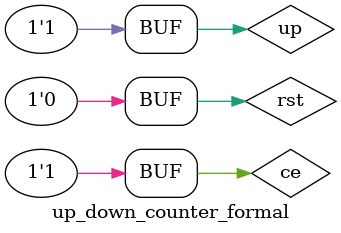
<source format=v>
module up_down_counter_formal ();

wire [7:0] counter_output;
reg rst;
reg clk;
reg ce;
reg up;

initial begin
	rst = 1'b1;
	ce = 1'b1;
	up = 1'b1;
	#1000 rst = 1'b0;
end

`ifdef FORMAL
	reg f_last_clk;
	always @($global_clock) begin
		assume(clk == !f_last_clk);
		f_last_clk <= clk;
		clk <= (clk === 1'b0);
	end
`else
	always #100 clk = (clk === 1'b0);
`endif

up_down_counter 
#(
	.WIDTH(8)
) up_down_counter
(
	.rst_i(rst),
	.clk_i(clk),
	.ce_i(ce),
	.up_i(up),
	.count_o(counter_output)
);

endmodule

</source>
